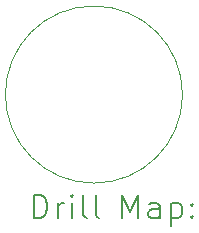
<source format=gbr>
%TF.GenerationSoftware,KiCad,Pcbnew,(7.0.0)*%
%TF.CreationDate,2024-02-11T00:04:22+02:00*%
%TF.ProjectId,cap-touch-sensor,6361702d-746f-4756-9368-2d73656e736f,rev?*%
%TF.SameCoordinates,Original*%
%TF.FileFunction,Drillmap*%
%TF.FilePolarity,Positive*%
%FSLAX45Y45*%
G04 Gerber Fmt 4.5, Leading zero omitted, Abs format (unit mm)*
G04 Created by KiCad (PCBNEW (7.0.0)) date 2024-02-11 00:04:22*
%MOMM*%
%LPD*%
G01*
G04 APERTURE LIST*
%ADD10C,0.100000*%
%ADD11C,0.200000*%
G04 APERTURE END LIST*
D10*
X1500000Y-750000D02*
G75*
G03*
X1500000Y-750000I-750000J0D01*
G01*
D11*
X242619Y-1798476D02*
X242619Y-1598476D01*
X242619Y-1598476D02*
X290238Y-1598476D01*
X290238Y-1598476D02*
X318810Y-1608000D01*
X318810Y-1608000D02*
X337857Y-1627048D01*
X337857Y-1627048D02*
X347381Y-1646095D01*
X347381Y-1646095D02*
X356905Y-1684190D01*
X356905Y-1684190D02*
X356905Y-1712762D01*
X356905Y-1712762D02*
X347381Y-1750857D01*
X347381Y-1750857D02*
X337857Y-1769905D01*
X337857Y-1769905D02*
X318810Y-1788952D01*
X318810Y-1788952D02*
X290238Y-1798476D01*
X290238Y-1798476D02*
X242619Y-1798476D01*
X442619Y-1798476D02*
X442619Y-1665143D01*
X442619Y-1703238D02*
X452143Y-1684190D01*
X452143Y-1684190D02*
X461667Y-1674667D01*
X461667Y-1674667D02*
X480714Y-1665143D01*
X480714Y-1665143D02*
X499762Y-1665143D01*
X566429Y-1798476D02*
X566429Y-1665143D01*
X566429Y-1598476D02*
X556905Y-1608000D01*
X556905Y-1608000D02*
X566429Y-1617524D01*
X566429Y-1617524D02*
X575952Y-1608000D01*
X575952Y-1608000D02*
X566429Y-1598476D01*
X566429Y-1598476D02*
X566429Y-1617524D01*
X690238Y-1798476D02*
X671190Y-1788952D01*
X671190Y-1788952D02*
X661667Y-1769905D01*
X661667Y-1769905D02*
X661667Y-1598476D01*
X795000Y-1798476D02*
X775952Y-1788952D01*
X775952Y-1788952D02*
X766428Y-1769905D01*
X766428Y-1769905D02*
X766428Y-1598476D01*
X991190Y-1798476D02*
X991190Y-1598476D01*
X991190Y-1598476D02*
X1057857Y-1741333D01*
X1057857Y-1741333D02*
X1124524Y-1598476D01*
X1124524Y-1598476D02*
X1124524Y-1798476D01*
X1305476Y-1798476D02*
X1305476Y-1693714D01*
X1305476Y-1693714D02*
X1295952Y-1674667D01*
X1295952Y-1674667D02*
X1276905Y-1665143D01*
X1276905Y-1665143D02*
X1238809Y-1665143D01*
X1238809Y-1665143D02*
X1219762Y-1674667D01*
X1305476Y-1788952D02*
X1286429Y-1798476D01*
X1286429Y-1798476D02*
X1238809Y-1798476D01*
X1238809Y-1798476D02*
X1219762Y-1788952D01*
X1219762Y-1788952D02*
X1210238Y-1769905D01*
X1210238Y-1769905D02*
X1210238Y-1750857D01*
X1210238Y-1750857D02*
X1219762Y-1731809D01*
X1219762Y-1731809D02*
X1238809Y-1722286D01*
X1238809Y-1722286D02*
X1286429Y-1722286D01*
X1286429Y-1722286D02*
X1305476Y-1712762D01*
X1400714Y-1665143D02*
X1400714Y-1865143D01*
X1400714Y-1674667D02*
X1419762Y-1665143D01*
X1419762Y-1665143D02*
X1457857Y-1665143D01*
X1457857Y-1665143D02*
X1476905Y-1674667D01*
X1476905Y-1674667D02*
X1486428Y-1684190D01*
X1486428Y-1684190D02*
X1495952Y-1703238D01*
X1495952Y-1703238D02*
X1495952Y-1760381D01*
X1495952Y-1760381D02*
X1486428Y-1779428D01*
X1486428Y-1779428D02*
X1476905Y-1788952D01*
X1476905Y-1788952D02*
X1457857Y-1798476D01*
X1457857Y-1798476D02*
X1419762Y-1798476D01*
X1419762Y-1798476D02*
X1400714Y-1788952D01*
X1581667Y-1779428D02*
X1591190Y-1788952D01*
X1591190Y-1788952D02*
X1581667Y-1798476D01*
X1581667Y-1798476D02*
X1572143Y-1788952D01*
X1572143Y-1788952D02*
X1581667Y-1779428D01*
X1581667Y-1779428D02*
X1581667Y-1798476D01*
X1581667Y-1674667D02*
X1591190Y-1684190D01*
X1591190Y-1684190D02*
X1581667Y-1693714D01*
X1581667Y-1693714D02*
X1572143Y-1684190D01*
X1572143Y-1684190D02*
X1581667Y-1674667D01*
X1581667Y-1674667D02*
X1581667Y-1693714D01*
M02*

</source>
